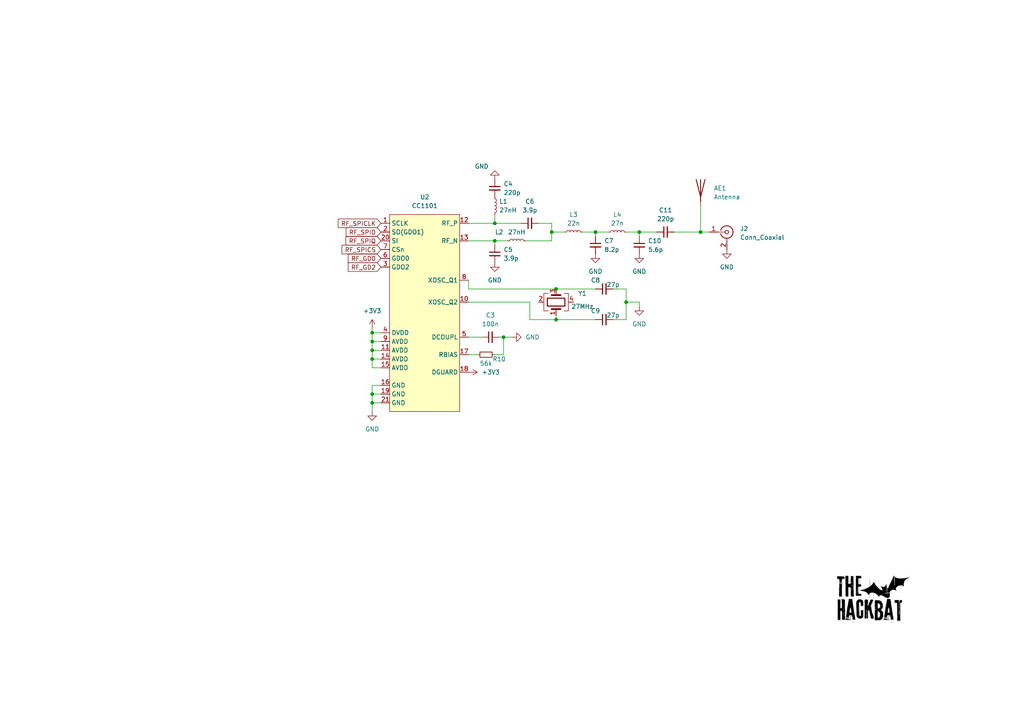
<source format=kicad_sch>
(kicad_sch (version 20231120) (generator "eeschema") (generator_version "8.0")
  (paper "A4")
  (title_block (title "Hackbat v1.0") (rev "1.0a") (company "The hackbat"))
  (lib_symbols
    (symbol "Connector:Conn_Coaxial" (pin_names (offset 1.016) hide)
      (property "Reference" "J" (at 0.254 3.048 0))
      (property "Value" "Conn_Coaxial" (at 2.921 0 90))
      (symbol "Conn_Coaxial_0_1"
        (arc (start -1.778 -0.508) (mid 0.2311 -1.8066) (end 1.778 0) (stroke (width 0.254)))
        (polyline (pts (xy -2.54 0) (xy -0.508 0)))
        (polyline (pts (xy 0 -2.54) (xy 0 -1.778)))
        (circle (center 0 0) (radius 0.508) (stroke (width 0.2032)))
        (arc (start 1.778 0) (mid 0.2099 1.8101) (end -1.778 0.508) (stroke (width 0.254)))
      )
      (symbol "Conn_Coaxial_1_1"
        (pin passive line (at -5.08 0 0) (length 2.54) (name "In") (number "1"))
        (pin passive line (at 0 -5.08 90) (length 2.54) (name "Ext") (number "2"))
      )
    )
    (symbol "Device:Antenna" (pin_numbers hide) (pin_names (offset 1.016) hide)
      (property "Reference" "AE" (at -1.905 1.905 0))
      (property "Value" "Antenna" (at -1.905 0 0))
      (symbol "Antenna_0_1"
        (polyline (pts (xy 0 2.54) (xy 0 -3.81)) (stroke (width 0.254)))
        (polyline (pts (xy 1.27 2.54) (xy 0 -2.54) (xy -1.27 2.54)) (stroke (width 0.254)))
      )
      (symbol "Antenna_1_1"
        (pin input line (at 0 -5.08 90) (length 2.54) (name "A") (number "1"))
      )
    )
    (symbol "Device:C_Small" (pin_numbers hide) (pin_names (offset 0.254) hide)
      (property "Reference" "C" (at 0.254 1.778 0))
      (property "Value" "C_Small" (at 0.254 -2.032 0))
      (symbol "C_Small_0_1"
        (polyline (pts (xy -1.524 -0.508) (xy 1.524 -0.508)) (stroke (width 0.3302)))
        (polyline (pts (xy -1.524 0.508) (xy 1.524 0.508)) (stroke (width 0.3048)))
      )
      (symbol "C_Small_1_1"
        (pin passive line (at 0 2.54 270) (length 2.032) (name "~") (number "1"))
        (pin passive line (at 0 -2.54 90) (length 2.032) (name "~") (number "2"))
      )
    )
    (symbol "Device:Crystal_GND24" (pin_names (offset 1.016) hide)
      (property "Reference" "Y" (at 3.175 5.08 0))
      (property "Value" "Crystal_GND24" (at 3.175 3.175 0))
      (symbol "Crystal_GND24_0_1"
        (rectangle (start -1.143 2.54) (end 1.143 -2.54) (stroke (width 0.3048)))
        (polyline (pts (xy -2.54 0) (xy -2.032 0)))
        (polyline (pts (xy -2.032 -1.27) (xy -2.032 1.27)) (stroke (width 0.508)))
        (polyline (pts (xy 0 -3.81) (xy 0 -3.556)))
        (polyline (pts (xy 0 3.556) (xy 0 3.81)))
        (polyline (pts (xy 2.032 -1.27) (xy 2.032 1.27)) (stroke (width 0.508)))
        (polyline (pts (xy 2.032 0) (xy 2.54 0)))
        (polyline (pts (xy -2.54 -2.286) (xy -2.54 -3.556) (xy 2.54 -3.556) (xy 2.54 -2.286)))
        (polyline (pts (xy -2.54 2.286) (xy -2.54 3.556) (xy 2.54 3.556) (xy 2.54 2.286)))
      )
      (symbol "Crystal_GND24_1_1"
        (pin passive line (at -3.81 0 0) (length 1.27) (name "1") (number "1"))
        (pin passive line (at 0 5.08 270) (length 1.27) (name "2") (number "2"))
        (pin passive line (at 3.81 0 180) (length 1.27) (name "3") (number "3"))
        (pin passive line (at 0 -5.08 90) (length 1.27) (name "4") (number "4"))
      )
    )
    (symbol "Device:L_Small" (pin_numbers hide) (pin_names (offset 0.254) hide)
      (property "Reference" "L" (at 0.762 1.016 0))
      (property "Value" "L_Small" (at 0.762 -1.016 0))
      (symbol "L_Small_0_1"
        (arc (start 0 -2.032) (mid 0.5058 -1.524) (end 0 -1.016))
        (arc (start 0 -1.016) (mid 0.5058 -0.508) (end 0 0))
        (arc (start 0 0) (mid 0.5058 0.508) (end 0 1.016))
        (arc (start 0 1.016) (mid 0.5058 1.524) (end 0 2.032))
      )
      (symbol "L_Small_1_1"
        (pin passive line (at 0 2.54 270) (length 0.508) (name "~") (number "1"))
        (pin passive line (at 0 -2.54 90) (length 0.508) (name "~") (number "2"))
      )
    )
    (symbol "Device:R_Small" (pin_numbers hide) (pin_names (offset 0.254) hide)
      (property "Reference" "R" (at 0.762 0.508 0))
      (property "Value" "R_Small" (at 0.762 -1.016 0))
      (symbol "R_Small_0_1"
        (rectangle (start -0.762 1.778) (end 0.762 -1.778) (stroke (width 0.2032)))
      )
      (symbol "R_Small_1_1"
        (pin passive line (at 0 2.54 270) (length 0.762) (name "~") (number "1"))
        (pin passive line (at 0 -2.54 90) (length 0.762) (name "~") (number "2"))
      )
    )
    (symbol "power:+3V3" (power) (pin_names (offset 0))
      (property "Value" "+3V3" (at 0 3.556 0))
      (symbol "+3V3_0_1"
        (polyline (pts (xy -0.762 1.27) (xy 0 2.54)))
        (polyline (pts (xy 0 0) (xy 0 2.54)))
        (polyline (pts (xy 0 2.54) (xy 0.762 1.27)))
      )
      (symbol "+3V3_1_1"
        (pin power_in line (at 0 0 90) (length 0) hide (name "+3V3") (number "1"))
      )
    )
    (symbol "power:GND" (power) (pin_names (offset 0))
      (property "Value" "GND" (at 0 -3.81 0))
      (symbol "GND_0_1"
        (polyline (pts (xy 0 0) (xy 0 -1.27) (xy 1.27 -1.27) (xy 0 -2.54) (xy -1.27 -1.27) (xy 0 -1.27)))
      )
      (symbol "GND_1_1"
        (pin power_in line (at 0 0 270) (length 0) hide (name "GND") (number "1"))
      )
    )
    (symbol "user_interface:CC1101"
      (property "Reference" "U" (at 0 34.29 0))
      (property "Value" "CC1101" (at 7.62 2.54 0))
      (symbol "CC1101_0_0"
        (pin unspecified line (at -3.81 30.48 0) (length 2.54) (name "SCLK") (number "1"))
        (pin unspecified line (at 21.59 7.62 180) (length 2.54) (name "XOSC_Q2") (number "10"))
        (pin unspecified line (at -3.81 -6.35 0) (length 2.54) (name "AVDD") (number "11"))
        (pin unspecified line (at 21.59 30.48 180) (length 2.54) (name "RF_P") (number "12"))
        (pin unspecified line (at 21.59 25.4 180) (length 2.54) (name "RF_N") (number "13"))
        (pin unspecified line (at -3.81 -8.89 0) (length 2.54) (name "AVDD") (number "14"))
        (pin unspecified line (at -3.81 -11.43 0) (length 2.54) (name "AVDD") (number "15"))
        (pin unspecified line (at -3.81 -16.51 0) (length 2.54) (name "GND") (number "16"))
        (pin unspecified line (at 21.59 -7.62 180) (length 2.54) (name "RBIAS") (number "17"))
        (pin unspecified line (at 21.59 -12.7 180) (length 2.54) (name "DGUARD") (number "18"))
        (pin unspecified line (at -3.81 -19.05 0) (length 2.54) (name "GND") (number "19"))
        (pin unspecified line (at -3.81 27.94 0) (length 2.54) (name "SO(GDO1)") (number "2"))
        (pin unspecified line (at -3.81 25.4 0) (length 2.54) (name "SI") (number "20"))
        (pin unspecified line (at -3.81 -21.59 0) (length 2.54) (name "GND") (number "21"))
        (pin unspecified line (at -3.81 17.78 0) (length 2.54) (name "GDO2") (number "3"))
        (pin unspecified line (at -3.81 -1.27 0) (length 2.54) (name "DVDD") (number "4"))
        (pin unspecified line (at 21.59 -2.54 180) (length 2.54) (name "DCOUPL") (number "5"))
        (pin unspecified line (at -3.81 20.32 0) (length 2.54) (name "GDO0") (number "6"))
        (pin unspecified line (at -3.81 22.86 0) (length 2.54) (name "CSn") (number "7"))
        (pin unspecified line (at 21.59 13.97 180) (length 2.54) (name "XOSC_Q1") (number "8"))
        (pin unspecified line (at -3.81 -3.81 0) (length 2.54) (name "AVDD") (number "9"))
      )
      (symbol "CC1101_1_1"
        (rectangle (start -1.27 33.02) (end 19.05 -24.13) (fill (type background)))
      )
    )
  )
  (junction (at 161.29 83.82))
  (junction (at 107.95 116.84))
  (junction (at 160.02 67.31))
  (junction (at 181.61 87.63))
  (junction (at 143.51 64.77))
  (junction (at 107.95 104.14))
  (junction (at 146.05 97.79))
  (junction (at 107.95 99.06))
  (junction (at 185.42 67.31))
  (junction (at 203.2 67.31))
  (junction (at 107.95 101.6))
  (junction (at 143.51 69.85))
  (junction (at 161.29 92.71))
  (junction (at 107.95 114.3))
  (junction (at 172.72 67.31))
  (junction (at 107.95 96.52))
  (wire (pts (xy 107.95 96.52) (xy 110.49 96.52)))
  (wire (pts (xy 148.59 97.79) (xy 146.05 97.79)))
  (wire (pts (xy 143.51 69.85) (xy 147.32 69.85)))
  (wire (pts (xy 185.42 68.58) (xy 185.42 67.31)))
  (wire (pts (xy 107.95 106.68) (xy 107.95 104.14)))
  (wire (pts (xy 177.8 83.82) (xy 181.61 83.82)))
  (wire (pts (xy 107.95 116.84) (xy 107.95 119.38)))
  (wire (pts (xy 143.51 64.77) (xy 143.51 62.23)))
  (wire (pts (xy 161.29 92.71) (xy 161.29 91.44)))
  (wire (pts (xy 107.95 99.06) (xy 110.49 99.06)))
  (wire (pts (xy 146.05 97.79) (xy 144.78 97.79)))
  (wire (pts (xy 172.72 67.31) (xy 176.53 67.31)))
  (wire (pts (xy 185.42 87.63) (xy 181.61 87.63)))
  (wire (pts (xy 185.42 88.9) (xy 185.42 87.63)))
  (wire (pts (xy 185.42 67.31) (xy 190.5 67.31)))
  (wire (pts (xy 135.89 81.28) (xy 135.89 83.82)))
  (wire (pts (xy 107.95 114.3) (xy 107.95 116.84)))
  (wire (pts (xy 107.95 101.6) (xy 110.49 101.6)))
  (wire (pts (xy 107.95 101.6) (xy 107.95 99.06)))
  (wire (pts (xy 160.02 64.77) (xy 160.02 67.31)))
  (wire (pts (xy 153.67 87.63) (xy 153.67 92.71)))
  (wire (pts (xy 181.61 83.82) (xy 181.61 87.63)))
  (wire (pts (xy 161.29 83.82) (xy 172.72 83.82)))
  (wire (pts (xy 172.72 92.71) (xy 161.29 92.71)))
  (wire (pts (xy 185.42 67.31) (xy 181.61 67.31)))
  (wire (pts (xy 195.58 67.31) (xy 203.2 67.31)))
  (wire (pts (xy 205.74 67.31) (xy 203.2 67.31)))
  (wire (pts (xy 135.89 83.82) (xy 161.29 83.82)))
  (wire (pts (xy 107.95 111.76) (xy 107.95 114.3)))
  (wire (pts (xy 181.61 87.63) (xy 181.61 92.71)))
  (wire (pts (xy 135.89 102.87) (xy 138.43 102.87)))
  (wire (pts (xy 110.49 106.68) (xy 107.95 106.68)))
  (wire (pts (xy 153.67 92.71) (xy 161.29 92.71)))
  (wire (pts (xy 107.95 114.3) (xy 110.49 114.3)))
  (wire (pts (xy 107.95 104.14) (xy 107.95 101.6)))
  (wire (pts (xy 156.21 64.77) (xy 160.02 64.77)))
  (wire (pts (xy 107.95 99.06) (xy 107.95 96.52)))
  (wire (pts (xy 160.02 67.31) (xy 163.83 67.31)))
  (wire (pts (xy 110.49 111.76) (xy 107.95 111.76)))
  (wire (pts (xy 143.51 102.87) (xy 146.05 102.87)))
  (wire (pts (xy 181.61 92.71) (xy 177.8 92.71)))
  (wire (pts (xy 107.95 116.84) (xy 110.49 116.84)))
  (wire (pts (xy 107.95 96.52) (xy 107.95 95.25)))
  (wire (pts (xy 135.89 69.85) (xy 143.51 69.85)))
  (wire (pts (xy 203.2 67.31) (xy 203.2 59.69)))
  (wire (pts (xy 172.72 67.31) (xy 168.91 67.31)))
  (wire (pts (xy 143.51 69.85) (xy 143.51 71.12)))
  (wire (pts (xy 146.05 97.79) (xy 146.05 102.87)))
  (wire (pts (xy 172.72 68.58) (xy 172.72 67.31)))
  (wire (pts (xy 107.95 104.14) (xy 110.49 104.14)))
  (wire (pts (xy 135.89 64.77) (xy 143.51 64.77)))
  (wire (pts (xy 143.51 64.77) (xy 151.13 64.77)))
  (wire (pts (xy 160.02 69.85) (xy 152.4 69.85)))
  (wire (pts (xy 135.89 97.79) (xy 139.7 97.79)))
  (wire (pts (xy 135.89 87.63) (xy 153.67 87.63)))
  (wire (pts (xy 160.02 67.31) (xy 160.02 69.85)))
  (image (at 252.73 175.26) (scale 0.260229))
  (global_label "RF_SPIQ" (shape input) (at 110.49 69.85 180) (property "Intersheetrefs" "${INTERSHEET_REFS}" (effects (hide yes))))
  (global_label "RF_SPICS" (shape input) (at 110.49 72.39 180) (property "Intersheetrefs" "${INTERSHEET_REFS}" (effects (hide yes))))
  (global_label "RF_GD2" (shape input) (at 110.49 77.47 180) (property "Intersheetrefs" "${INTERSHEET_REFS}" (effects (hide yes))))
  (global_label "RF_GD0" (shape input) (at 110.49 74.93 180) (property "Intersheetrefs" "${INTERSHEET_REFS}" (effects (hide yes))))
  (global_label "RF_SPID" (shape input) (at 110.49 67.31 180) (property "Intersheetrefs" "${INTERSHEET_REFS}" (effects (hide yes))))
  (global_label "RF_SPICLK" (shape input) (at 110.49 64.77 180) (property "Intersheetrefs" "${INTERSHEET_REFS}" (effects (hide yes))))
  (symbol (lib_id "power:GND") (at 172.72 73.66 0) (unit 1)
    (property "Reference" "#PWR026" (effects (hide yes)))
    (property "Value" "GND" (at 172.72 78.74 0))
  )
  (symbol (lib_id "Device:C_Small") (at 185.42 71.12 0) (unit 1)
    (property "Reference" "C10" (at 187.96 69.8563 0) (effects (justify left)))
    (property "Value" "5.6p" (at 187.96 72.3963 0) (effects (justify left)))
    (property "Footprint" "Capacitor_SMD:C_0402_1005Metric" (effects (hide yes)))
  )
  (symbol (lib_id "power:+3V3") (at 135.89 107.95 270) (unit 1)
    (property "Reference" "#PWR022" (effects (hide yes)))
    (property "Value" "+3V3" (at 139.7 107.95 90) (effects (justify left)))
  )
  (symbol (lib_id "Device:Crystal_GND24") (at 161.29 87.63 90) (unit 1)
    (property "Reference" "Y1" (at 168.91 85.09 90))
    (property "Value" "27MHz" (at 168.91 88.9 90))
    (property "Footprint" "Crystal:Crystal_SMD_3225-4Pin_3.2x2.5mm" (effects (hide yes)))
    (property "JLCPCB Part #" "C254353" (effects (hide yes)))
  )
  (symbol (lib_id "power:GND") (at 210.82 72.39 0) (unit 1)
    (property "Reference" "#PWR029" (effects (hide yes)))
    (property "Value" "GND" (at 210.82 77.47 0))
  )
  (symbol (lib_id "Device:R_Small") (at 140.97 102.87 90) (unit 1)
    (property "Reference" "R10" (at 144.78 104.14 90))
    (property "Value" "56k" (at 140.97 105.41 90))
    (property "Footprint" "Resistor_SMD:R_0402_1005Metric" (effects (hide yes)))
  )
  (symbol (lib_id "power:GND") (at 143.51 76.2 0) (unit 1)
    (property "Reference" "#PWR024" (effects (hide yes)))
    (property "Value" "GND" (at 143.51 81.28 0))
  )
  (symbol (lib_id "Device:L_Small") (at 179.07 67.31 90) (unit 1)
    (property "Reference" "L4" (at 179.07 62.23 90))
    (property "Value" "27n" (at 179.07 64.77 90))
    (property "Footprint" "Inductor_SMD:L_0402_1005Metric" (effects (hide yes)))
  )
  (symbol (lib_id "power:GND") (at 185.42 88.9 0) (unit 1)
    (property "Reference" "#PWR028" (effects (hide yes)))
    (property "Value" "GND" (at 185.42 93.98 0))
  )
  (symbol (lib_id "Connector:Conn_Coaxial") (at 210.82 67.31 0) (unit 1)
    (property "Reference" "J2" (at 214.63 66.3332 0) (effects (justify left)))
    (property "Value" "Conn_Coaxial" (at 214.63 68.8732 0) (effects (justify left)))
    (property "Footprint" "Connector_Coaxial:SMA_Amphenol_132289_EdgeMount" (effects (hide yes)))
  )
  (symbol (lib_id "power:GND") (at 143.51 52.07 180) (unit 1)
    (property "Reference" "#PWR023" (effects (hide yes)))
    (property "Value" "GND" (at 139.7 48.26 0))
  )
  (symbol (lib_id "Device:C_Small") (at 142.24 97.79 90) (unit 1)
    (property "Reference" "C3" (at 142.2463 91.44 90))
    (property "Value" "100n" (at 142.2463 93.98 90))
    (property "Footprint" "Capacitor_SMD:C_0402_1005Metric" (effects (hide yes)))
  )
  (symbol (lib_id "power:+3V3") (at 107.95 95.25 0) (unit 1)
    (property "Reference" "#PWR020" (effects (hide yes)))
    (property "Value" "+3V3" (at 107.95 90.17 0))
  )
  (symbol (lib_id "power:GND") (at 107.95 119.38 0) (unit 1)
    (property "Reference" "#PWR021" (effects (hide yes)))
    (property "Value" "GND" (at 107.95 124.46 0))
  )
  (symbol (lib_id "Device:C_Small") (at 172.72 71.12 0) (unit 1)
    (property "Reference" "C7" (at 175.26 69.8563 0) (effects (justify left)))
    (property "Value" "8.2p" (at 175.26 72.3963 0) (effects (justify left)))
    (property "Footprint" "Capacitor_SMD:C_0402_1005Metric" (effects (hide yes)))
  )
  (symbol (lib_id "Device:L_Small") (at 143.51 59.69 0) (unit 1)
    (property "Reference" "L1" (at 144.78 58.42 0) (effects (justify left)))
    (property "Value" "27nH" (at 144.78 60.96 0) (effects (justify left)))
    (property "Footprint" "Inductor_SMD:L_0402_1005Metric" (effects (hide yes)))
  )
  (symbol (lib_id "Device:C_Small") (at 175.26 92.71 90) (unit 1)
    (property "Reference" "C9" (at 172.72 90.17 90))
    (property "Value" "27p" (at 177.8 91.44 90))
    (property "Footprint" "Capacitor_SMD:C_0402_1005Metric" (effects (hide yes)))
  )
  (symbol (lib_id "Device:L_Small") (at 149.86 69.85 90) (unit 1)
    (property "Reference" "L2" (at 144.78 67.31 90))
    (property "Value" "27nH" (at 149.86 67.31 90))
    (property "Footprint" "Inductor_SMD:L_0402_1005Metric" (effects (hide yes)))
  )
  (symbol (lib_id "Device:L_Small") (at 166.37 67.31 90) (unit 1)
    (property "Reference" "L3" (at 166.37 62.23 90))
    (property "Value" "22n" (at 166.37 64.77 90))
    (property "Footprint" "Inductor_SMD:L_0402_1005Metric" (effects (hide yes)))
  )
  (symbol (lib_id "Device:C_Small") (at 193.04 67.31 90) (unit 1)
    (property "Reference" "C11" (at 193.0463 60.96 90))
    (property "Value" "220p" (at 193.0463 63.5 90))
    (property "Footprint" "Capacitor_SMD:C_0402_1005Metric" (effects (hide yes)))
  )
  (symbol (lib_id "Device:C_Small") (at 153.67 64.77 90) (unit 1)
    (property "Reference" "C6" (at 153.6763 58.42 90))
    (property "Value" "3.9p" (at 153.6763 60.96 90))
    (property "Footprint" "Capacitor_SMD:C_0402_1005Metric" (effects (hide yes)))
  )
  (symbol (lib_id "power:GND") (at 185.42 73.66 0) (unit 1)
    (property "Reference" "#PWR027" (effects (hide yes)))
    (property "Value" "GND" (at 185.42 78.74 0))
  )
  (symbol (lib_id "Device:C_Small") (at 175.26 83.82 90) (unit 1)
    (property "Reference" "C8" (at 172.72 81.28 90))
    (property "Value" "27p" (at 177.8 82.55 90))
    (property "Footprint" "Capacitor_SMD:C_0402_1005Metric" (effects (hide yes)))
  )
  (symbol (lib_id "power:GND") (at 148.59 97.79 90) (unit 1)
    (property "Reference" "#PWR025" (effects (hide yes)))
    (property "Value" "GND" (at 152.4 97.79 90) (effects (justify right)))
  )
  (symbol (lib_id "user_interface:CC1101") (at 114.3 95.25 0) (unit 1)
    (property "Reference" "U2" (at 123.19 57.15 0))
    (property "Value" "CC1101" (at 123.19 59.69 0))
    (property "Footprint" "Package_DFN_QFN:QFN-20-1EP_4x4mm_P0.5mm_EP2.6x2.6mm_ThermalVias" (effects (hide yes)))
    (property "JLCPCB Part #" "C29953" (effects (hide yes)))
  )
  (symbol (lib_id "Device:Antenna") (at 203.2 54.61 0) (unit 1)
    (property "Reference" "AE1" (at 207.01 54.61 0) (effects (justify left)))
    (property "Value" "Antenna" (at 207.01 57.15 0) (effects (justify left)))
    (property "Footprint" "TestPoint:TestPoint_THTPad_1.5x1.5mm_Drill0.7mm" (effects (hide yes)))
  )
  (symbol (lib_id "Device:C_Small") (at 143.51 73.66 0) (unit 1)
    (property "Reference" "C5" (at 146.05 72.3963 0) (effects (justify left)))
    (property "Value" "3.9p" (at 146.05 74.9363 0) (effects (justify left)))
    (property "Footprint" "Capacitor_SMD:C_0402_1005Metric" (effects (hide yes)))
  )
  (symbol (lib_id "Device:C_Small") (at 143.51 54.61 0) (unit 1)
    (property "Reference" "C4" (at 146.05 53.3463 0) (effects (justify left)))
    (property "Value" "220p" (at 146.05 55.8863 0) (effects (justify left)))
    (property "Footprint" "Capacitor_SMD:C_0402_1005Metric" (effects (hide yes)))
  )
)
</source>
